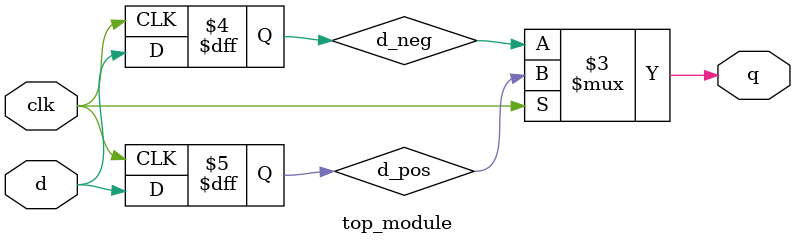
<source format=v>
module top_module (
    input clk,
    input d,
    output q
);

reg d_pos;
reg d_neg;

always @(posedge clk ) begin
    d_pos <= d;
end

always @(negedge clk ) begin
    d_neg <= d;
end

assign q = clk ? d_pos : d_neg;
endmodule

// 另一种解法
/*
module top_module (
    input clk,
    input d,
    output q
);

reg d_pos;
reg d_neg;

always @(posedge clk ) begin
    d_pos <= d ^ d_neg;
end

always @(negedge clk ) begin
    d_neg <= d ^ d_pos;
end

assign q = d_pos ^ d_neg;
endmodule
*/
</source>
